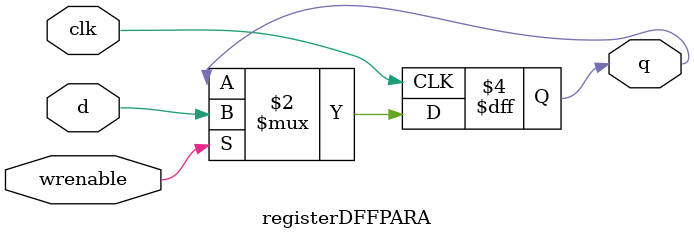
<source format=v>

module registerDFFmulti
(
output reg	q,
input		d,
input		wrenable,
input		clk
);

    always @(posedge clk) begin
        if(wrenable) begin
            q <= d;
        end
    end

endmodule

 module registerDFFPARA
#(parameter width =1)

 (
 output reg	[width-1:0] q,
 input [width-1:0]		d,
 input		wrenable,
 input		clk
 );

     always @(posedge clk) begin
         if(wrenable) begin
             q <= d;
         end
     end

 endmodule

</source>
